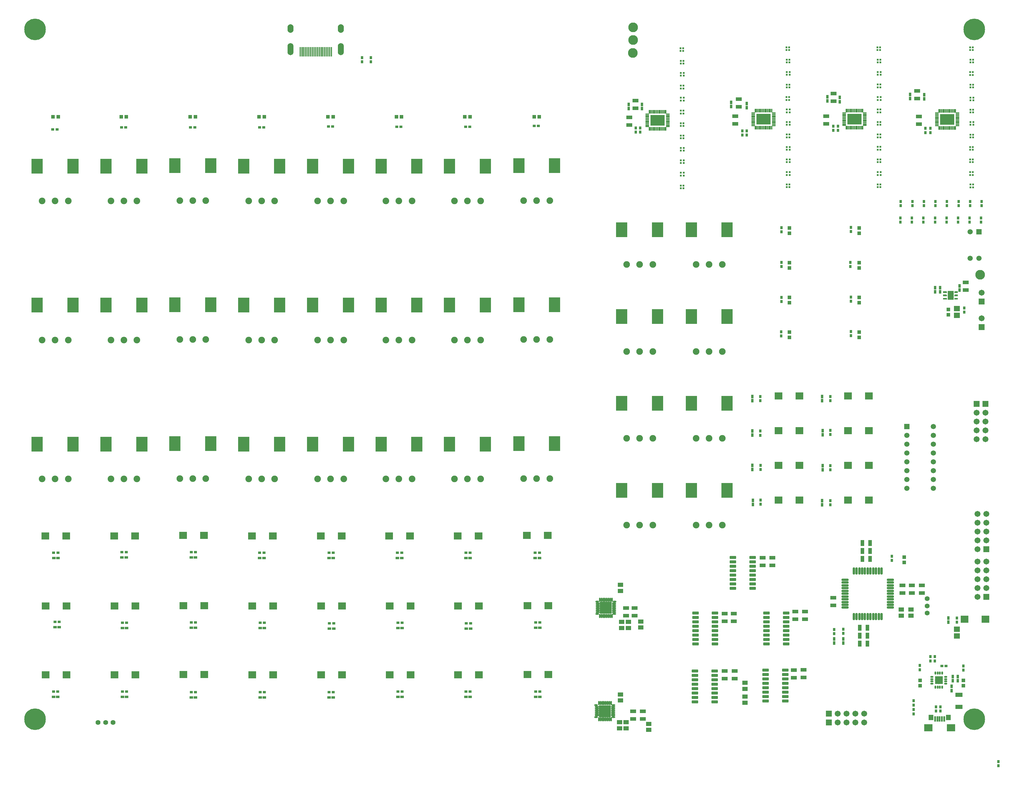
<source format=gts>
G04*
G04 #@! TF.GenerationSoftware,Altium Limited,Altium Designer,20.1.12 (249)*
G04*
G04 Layer_Color=8388736*
%FSLAX25Y25*%
%MOIN*%
G70*
G04*
G04 #@! TF.SameCoordinates,4A7F9F3E-6CFA-4FBA-8C7F-EFD49E1ADEB1*
G04*
G04*
G04 #@! TF.FilePolarity,Negative*
G04*
G01*
G75*
%ADD20R,0.02375X0.06115*%
%ADD21R,0.05524X0.05918*%
%ADD22R,0.09265X0.08280*%
%ADD23R,0.01587X0.03950*%
%ADD24R,0.03950X0.01587*%
%ADD25R,0.15958X0.12020*%
%ADD26O,0.03753X0.01981*%
%ADD27O,0.01981X0.03753*%
%ADD28R,0.09068X0.09068*%
G04:AMPARAMS|DCode=29|XSize=33.59mil|YSize=72.96mil|CornerRadius=5.92mil|HoleSize=0mil|Usage=FLASHONLY|Rotation=90.000|XOffset=0mil|YOffset=0mil|HoleType=Round|Shape=RoundedRectangle|*
%AMROUNDEDRECTD29*
21,1,0.03359,0.06112,0,0,90.0*
21,1,0.02175,0.07296,0,0,90.0*
1,1,0.01184,0.03056,0.01088*
1,1,0.01184,0.03056,-0.01088*
1,1,0.01184,-0.03056,-0.01088*
1,1,0.01184,-0.03056,0.01088*
%
%ADD29ROUNDEDRECTD29*%
%ADD30O,0.02965X0.08280*%
%ADD31O,0.08280X0.02965*%
%ADD32R,0.06890X0.09843*%
%ADD33C,0.01595*%
%ADD34R,0.08674X0.07887*%
%ADD35R,0.03162X0.03753*%
%ADD36R,0.03753X0.03162*%
%ADD37R,0.06509X0.05918*%
%ADD38R,0.06115X0.05131*%
%ADD39R,0.03950X0.03950*%
%ADD40R,0.03950X0.03950*%
%ADD41R,0.01575X0.10630*%
%ADD42R,0.08280X0.04934*%
%ADD43R,0.02375X0.02375*%
%ADD44R,0.03162X0.03950*%
%ADD45R,0.06706X0.03950*%
%ADD46R,0.03950X0.03162*%
%ADD47R,0.03950X0.06706*%
%ADD48R,0.13202X0.13202*%
%ADD49O,0.04343X0.01784*%
%ADD50O,0.04934X0.01784*%
%ADD51O,0.01784X0.04934*%
%ADD52R,0.05918X0.05918*%
%ADD53C,0.05918*%
%ADD54R,0.05918X0.05918*%
%ADD55C,0.07493*%
%ADD56R,0.12611X0.16548*%
%ADD57C,0.06706*%
%ADD58R,0.06706X0.06706*%
%ADD59R,0.06706X0.06706*%
%ADD60C,0.05524*%
%ADD61C,0.11000*%
%ADD62O,0.06706X0.09855*%
%ADD63O,0.06706X0.13792*%
%ADD64C,0.03162*%
%ADD65C,0.24422*%
%ADD66C,0.02769*%
G36*
X1366980Y539146D02*
X1367157Y539146D01*
X1367482Y539011D01*
X1367731Y538762D01*
X1367866Y538436D01*
X1367866Y538260D01*
X1367866D01*
X1367866Y538084D01*
X1367731Y537758D01*
X1367482Y537509D01*
X1367157Y537374D01*
X1366980Y537374D01*
X1363500D01*
Y539146D01*
X1366980Y539146D01*
D02*
G37*
G36*
Y542886D02*
X1367157Y542886D01*
X1367482Y542751D01*
X1367731Y542502D01*
X1367866Y542176D01*
X1367866Y542000D01*
X1367866D01*
X1367866Y541824D01*
X1367731Y541498D01*
X1367482Y541249D01*
X1367157Y541114D01*
X1366980Y541114D01*
X1366980Y541114D01*
X1363500D01*
Y542886D01*
X1366980Y542886D01*
D02*
G37*
G36*
Y546626D02*
X1367157D01*
X1367482Y546491D01*
X1367731Y546242D01*
X1367866Y545916D01*
Y545740D01*
X1367866Y545564D01*
X1367731Y545238D01*
X1367482Y544989D01*
X1367157Y544854D01*
X1366980Y544854D01*
X1366980Y544854D01*
X1363500D01*
Y546626D01*
X1366980Y546626D01*
D02*
G37*
G36*
X1380000Y537374D02*
X1377020Y537374D01*
X1376843D01*
X1376518Y537509D01*
X1376269Y537758D01*
X1376134Y538084D01*
Y538260D01*
X1376134Y538436D01*
X1376269Y538762D01*
X1376518Y539011D01*
X1376843Y539146D01*
X1377020Y539146D01*
X1377020Y539146D01*
X1380000D01*
Y537374D01*
D02*
G37*
G36*
Y541114D02*
X1377020D01*
X1376843Y541114D01*
X1376518Y541249D01*
X1376269Y541498D01*
X1376134Y541824D01*
X1376134Y542000D01*
X1376134Y542176D01*
X1376269Y542502D01*
X1376518Y542751D01*
X1376843Y542886D01*
X1377020Y542886D01*
X1377020Y542886D01*
X1380000D01*
Y541114D01*
D02*
G37*
G36*
Y544854D02*
X1377020D01*
X1376843Y544854D01*
X1376518Y544989D01*
X1376269Y545238D01*
X1376134Y545564D01*
X1376134Y545740D01*
Y545740D01*
Y545916D01*
X1376269Y546242D01*
X1376518Y546491D01*
X1376843Y546626D01*
X1377020Y546626D01*
X1377020Y546626D01*
X1380000D01*
Y544854D01*
D02*
G37*
D20*
X1364559Y62208D02*
D03*
X1362000D02*
D03*
X1359441D02*
D03*
X1356882D02*
D03*
X1354323D02*
D03*
D21*
X1369284Y63882D02*
D03*
X1349599D02*
D03*
D22*
X1372237Y52070D02*
D03*
X1346646D02*
D03*
D23*
X1030551Y730682D02*
D03*
X1032126D02*
D03*
X1033700D02*
D03*
X1035275D02*
D03*
X1036850D02*
D03*
X1038425D02*
D03*
X1040000D02*
D03*
X1041574D02*
D03*
X1043149D02*
D03*
X1044724D02*
D03*
X1046299D02*
D03*
X1047874D02*
D03*
X1049448D02*
D03*
Y749973D02*
D03*
X1047874D02*
D03*
X1046299D02*
D03*
X1044724D02*
D03*
X1043149D02*
D03*
X1041574D02*
D03*
X1040000D02*
D03*
X1038425D02*
D03*
X1036850D02*
D03*
X1035275D02*
D03*
X1033700D02*
D03*
X1032126D02*
D03*
X1030551D02*
D03*
X1150527Y731929D02*
D03*
X1152102D02*
D03*
X1153677D02*
D03*
X1155252D02*
D03*
X1156826D02*
D03*
X1158401D02*
D03*
X1159976D02*
D03*
X1161551D02*
D03*
X1163126D02*
D03*
X1164701D02*
D03*
X1166275D02*
D03*
X1167850D02*
D03*
X1169425D02*
D03*
Y751221D02*
D03*
X1167850D02*
D03*
X1166275D02*
D03*
X1164701D02*
D03*
X1163126D02*
D03*
X1161551D02*
D03*
X1159976D02*
D03*
X1158401D02*
D03*
X1156826D02*
D03*
X1155252D02*
D03*
X1153677D02*
D03*
X1152102D02*
D03*
X1150527D02*
D03*
X1253551Y732004D02*
D03*
X1255126D02*
D03*
X1256701D02*
D03*
X1258275D02*
D03*
X1259850D02*
D03*
X1261425D02*
D03*
X1263000D02*
D03*
X1264575D02*
D03*
X1266149D02*
D03*
X1267724D02*
D03*
X1269299D02*
D03*
X1270874D02*
D03*
X1272449D02*
D03*
Y751296D02*
D03*
X1270874D02*
D03*
X1269299D02*
D03*
X1267724D02*
D03*
X1266149D02*
D03*
X1264575D02*
D03*
X1263000D02*
D03*
X1261425D02*
D03*
X1259850D02*
D03*
X1258275D02*
D03*
X1256701D02*
D03*
X1255126D02*
D03*
X1253551D02*
D03*
X1358551Y731855D02*
D03*
X1360126D02*
D03*
X1361701D02*
D03*
X1363275D02*
D03*
X1364850D02*
D03*
X1366425D02*
D03*
X1368000D02*
D03*
X1369575D02*
D03*
X1371149D02*
D03*
X1372724D02*
D03*
X1374299D02*
D03*
X1375874D02*
D03*
X1377448D02*
D03*
Y751146D02*
D03*
X1375874D02*
D03*
X1374299D02*
D03*
X1372724D02*
D03*
X1371149D02*
D03*
X1369575D02*
D03*
X1368000D02*
D03*
X1366425D02*
D03*
X1364850D02*
D03*
X1363275D02*
D03*
X1361701D02*
D03*
X1360126D02*
D03*
X1358551D02*
D03*
D24*
X1051614Y733241D02*
D03*
Y734815D02*
D03*
Y736390D02*
D03*
Y737965D02*
D03*
Y739540D02*
D03*
Y741115D02*
D03*
Y742689D02*
D03*
Y744264D02*
D03*
Y745839D02*
D03*
Y747414D02*
D03*
X1028386D02*
D03*
Y745839D02*
D03*
Y744264D02*
D03*
Y742689D02*
D03*
Y741115D02*
D03*
Y739540D02*
D03*
Y737965D02*
D03*
Y736390D02*
D03*
Y734815D02*
D03*
Y733241D02*
D03*
X1171590Y734488D02*
D03*
Y736063D02*
D03*
Y737638D02*
D03*
Y739213D02*
D03*
Y740788D02*
D03*
Y742362D02*
D03*
Y743937D02*
D03*
Y745512D02*
D03*
Y747087D02*
D03*
Y748662D02*
D03*
X1148362D02*
D03*
Y747087D02*
D03*
Y745512D02*
D03*
Y743937D02*
D03*
Y742362D02*
D03*
Y740788D02*
D03*
Y739213D02*
D03*
Y737638D02*
D03*
Y736063D02*
D03*
Y734488D02*
D03*
X1274614Y734563D02*
D03*
Y736138D02*
D03*
Y737713D02*
D03*
Y739288D02*
D03*
Y740863D02*
D03*
Y742437D02*
D03*
Y744012D02*
D03*
Y745587D02*
D03*
Y747162D02*
D03*
Y748736D02*
D03*
X1251385D02*
D03*
Y747162D02*
D03*
Y745587D02*
D03*
Y744012D02*
D03*
Y742437D02*
D03*
Y740863D02*
D03*
Y739288D02*
D03*
Y737713D02*
D03*
Y736138D02*
D03*
Y734563D02*
D03*
X1379614Y734414D02*
D03*
Y735989D02*
D03*
Y737563D02*
D03*
Y739138D02*
D03*
Y740713D02*
D03*
Y742288D02*
D03*
Y743862D02*
D03*
Y745437D02*
D03*
Y747012D02*
D03*
Y748587D02*
D03*
X1356386D02*
D03*
Y747012D02*
D03*
Y745437D02*
D03*
Y743862D02*
D03*
Y742288D02*
D03*
Y740713D02*
D03*
Y739138D02*
D03*
Y737563D02*
D03*
Y735989D02*
D03*
Y734414D02*
D03*
D25*
X1040000Y740327D02*
D03*
X1159976Y741575D02*
D03*
X1263000Y741650D02*
D03*
X1368000Y741500D02*
D03*
D26*
X1350555Y109767D02*
D03*
Y107208D02*
D03*
Y104649D02*
D03*
Y102090D02*
D03*
X1366500D02*
D03*
Y104649D02*
D03*
Y107208D02*
D03*
Y109767D02*
D03*
D27*
X1354689Y97956D02*
D03*
X1357248D02*
D03*
X1359807D02*
D03*
X1362366D02*
D03*
Y113901D02*
D03*
X1359807D02*
D03*
X1357248D02*
D03*
X1354689D02*
D03*
D28*
X1358528Y105929D02*
D03*
D29*
X1104744Y81500D02*
D03*
Y86500D02*
D03*
Y91500D02*
D03*
Y96500D02*
D03*
Y101500D02*
D03*
Y106500D02*
D03*
Y111500D02*
D03*
Y116500D02*
D03*
X1082500Y81500D02*
D03*
Y86500D02*
D03*
Y91500D02*
D03*
Y96500D02*
D03*
Y101500D02*
D03*
Y106500D02*
D03*
Y111500D02*
D03*
Y116500D02*
D03*
X1105122Y147000D02*
D03*
Y152000D02*
D03*
Y157000D02*
D03*
Y162000D02*
D03*
Y167000D02*
D03*
Y172000D02*
D03*
Y177000D02*
D03*
Y182000D02*
D03*
X1082878Y147000D02*
D03*
Y152000D02*
D03*
Y157000D02*
D03*
Y162000D02*
D03*
Y167000D02*
D03*
Y172000D02*
D03*
Y177000D02*
D03*
Y182000D02*
D03*
X1185622Y147000D02*
D03*
Y152000D02*
D03*
Y157000D02*
D03*
Y162000D02*
D03*
Y167000D02*
D03*
Y172000D02*
D03*
Y177000D02*
D03*
Y182000D02*
D03*
X1163378Y147000D02*
D03*
Y152000D02*
D03*
Y157000D02*
D03*
Y162000D02*
D03*
Y167000D02*
D03*
Y172000D02*
D03*
Y177000D02*
D03*
Y182000D02*
D03*
X1147622Y210000D02*
D03*
Y215000D02*
D03*
Y220000D02*
D03*
Y225000D02*
D03*
Y230000D02*
D03*
Y235000D02*
D03*
Y240000D02*
D03*
Y245000D02*
D03*
X1125378Y210000D02*
D03*
Y215000D02*
D03*
Y220000D02*
D03*
Y225000D02*
D03*
Y230000D02*
D03*
Y235000D02*
D03*
Y240000D02*
D03*
Y245000D02*
D03*
X1184744Y82500D02*
D03*
Y87500D02*
D03*
Y92500D02*
D03*
Y97500D02*
D03*
Y102500D02*
D03*
Y107500D02*
D03*
Y112500D02*
D03*
Y117500D02*
D03*
X1162500Y82500D02*
D03*
Y87500D02*
D03*
Y92500D02*
D03*
Y97500D02*
D03*
Y102500D02*
D03*
Y107500D02*
D03*
Y112500D02*
D03*
Y117500D02*
D03*
D30*
X1262252Y229787D02*
D03*
X1265402D02*
D03*
X1268551D02*
D03*
X1271701D02*
D03*
X1274850D02*
D03*
X1278000D02*
D03*
X1281150D02*
D03*
X1284299D02*
D03*
X1287449D02*
D03*
X1290598D02*
D03*
X1293748D02*
D03*
Y178213D02*
D03*
X1290598D02*
D03*
X1287449D02*
D03*
X1284299D02*
D03*
X1281150D02*
D03*
X1278000D02*
D03*
X1274850D02*
D03*
X1271701D02*
D03*
X1268551D02*
D03*
X1265402D02*
D03*
X1262252D02*
D03*
D31*
X1303787Y219748D02*
D03*
Y216598D02*
D03*
Y213449D02*
D03*
Y210299D02*
D03*
Y207150D02*
D03*
Y204000D02*
D03*
Y200850D02*
D03*
Y197701D02*
D03*
Y194551D02*
D03*
Y191402D02*
D03*
Y188252D02*
D03*
X1252213D02*
D03*
Y191402D02*
D03*
Y194551D02*
D03*
Y197701D02*
D03*
Y200850D02*
D03*
Y204000D02*
D03*
Y207150D02*
D03*
Y210299D02*
D03*
Y213449D02*
D03*
Y216598D02*
D03*
Y219748D02*
D03*
D32*
X1372000Y542000D02*
D03*
D33*
X1377203Y545740D02*
D03*
Y542000D02*
D03*
X1377118Y538260D02*
D03*
X1366798D02*
D03*
Y542000D02*
D03*
X1366882Y545740D02*
D03*
D34*
X347189Y112000D02*
D03*
X370811D02*
D03*
X736590D02*
D03*
X760213D02*
D03*
X814189D02*
D03*
X837811D02*
D03*
X892591Y112429D02*
D03*
X916213D02*
D03*
X425091Y112000D02*
D03*
X448713D02*
D03*
X503090Y112500D02*
D03*
X526713D02*
D03*
X581090Y112000D02*
D03*
X604713D02*
D03*
X659189Y112000D02*
D03*
X682811D02*
D03*
X346689Y269500D02*
D03*
X370311D02*
D03*
X736091D02*
D03*
X759713D02*
D03*
X813689D02*
D03*
X837311D02*
D03*
X892091Y269929D02*
D03*
X915713D02*
D03*
X424590Y269500D02*
D03*
X448213D02*
D03*
X502591Y270000D02*
D03*
X526213D02*
D03*
X580590Y269500D02*
D03*
X604213D02*
D03*
X658689Y269500D02*
D03*
X682311D02*
D03*
X347189Y190000D02*
D03*
X370811D02*
D03*
X736590D02*
D03*
X760213D02*
D03*
X814189D02*
D03*
X837811D02*
D03*
X892591Y190429D02*
D03*
X916213D02*
D03*
X425091Y190000D02*
D03*
X448713D02*
D03*
X503090Y190500D02*
D03*
X526713D02*
D03*
X581090Y190000D02*
D03*
X604713D02*
D03*
X659189Y190000D02*
D03*
X682811D02*
D03*
X1387689Y175000D02*
D03*
X1411311D02*
D03*
X1255740Y309890D02*
D03*
X1279362D02*
D03*
X1255740Y388630D02*
D03*
X1279362D02*
D03*
X1177000Y309890D02*
D03*
X1200622D02*
D03*
X1177000Y388630D02*
D03*
X1200622D02*
D03*
X1255740Y349260D02*
D03*
X1279362D02*
D03*
X1255740Y428000D02*
D03*
X1279362D02*
D03*
X1177000Y349260D02*
D03*
X1200622D02*
D03*
X1177000Y428000D02*
D03*
X1200622D02*
D03*
D35*
X1020500Y731862D02*
D03*
Y727138D02*
D03*
X1141000Y728500D02*
D03*
Y723776D02*
D03*
X1244500Y733862D02*
D03*
Y729138D02*
D03*
X1349000Y731224D02*
D03*
Y726500D02*
D03*
X1015500Y731862D02*
D03*
Y727138D02*
D03*
X1136000Y728362D02*
D03*
Y723638D02*
D03*
X1239000Y733862D02*
D03*
Y729138D02*
D03*
X1343500Y731224D02*
D03*
Y726500D02*
D03*
X1250500Y163862D02*
D03*
Y159138D02*
D03*
X1240000Y163500D02*
D03*
Y158776D02*
D03*
X705500Y811500D02*
D03*
Y806776D02*
D03*
X715500Y811362D02*
D03*
Y806638D02*
D03*
X1330000Y77846D02*
D03*
Y82570D02*
D03*
X1386500Y117346D02*
D03*
Y122071D02*
D03*
X1337000Y117846D02*
D03*
Y122571D02*
D03*
X1330000Y67846D02*
D03*
Y72571D02*
D03*
X1360500Y75708D02*
D03*
Y70984D02*
D03*
X1355500Y75708D02*
D03*
Y70984D02*
D03*
X1349000Y132571D02*
D03*
Y127846D02*
D03*
X1354000Y132571D02*
D03*
Y127846D02*
D03*
X1379000Y176362D02*
D03*
Y171638D02*
D03*
X1305500Y246362D02*
D03*
Y241638D02*
D03*
X1426000Y13862D02*
D03*
Y9138D02*
D03*
X1259000Y501000D02*
D03*
Y496276D02*
D03*
X1258500Y579500D02*
D03*
Y574776D02*
D03*
X1180000Y500862D02*
D03*
Y496138D02*
D03*
X1180500Y579500D02*
D03*
Y574776D02*
D03*
X1259000Y540000D02*
D03*
Y535276D02*
D03*
Y619000D02*
D03*
Y614276D02*
D03*
X1235815Y309500D02*
D03*
Y304776D02*
D03*
Y389000D02*
D03*
Y384276D02*
D03*
X1180500Y539862D02*
D03*
Y535138D02*
D03*
Y618862D02*
D03*
Y614138D02*
D03*
X1156815Y310000D02*
D03*
Y305276D02*
D03*
X1156500Y388224D02*
D03*
Y383500D02*
D03*
X1406500Y629862D02*
D03*
Y625138D02*
D03*
X1393429Y629862D02*
D03*
Y625138D02*
D03*
X1354214Y629862D02*
D03*
Y625138D02*
D03*
X1341143Y629862D02*
D03*
Y625138D02*
D03*
X1407000Y648362D02*
D03*
Y643638D02*
D03*
X1393929Y648362D02*
D03*
Y643638D02*
D03*
X1354714Y648362D02*
D03*
Y643638D02*
D03*
X1341643Y648362D02*
D03*
Y643638D02*
D03*
X1235815Y349000D02*
D03*
Y344276D02*
D03*
Y427500D02*
D03*
Y422776D02*
D03*
X1380357Y629862D02*
D03*
Y625138D02*
D03*
X1367286Y629862D02*
D03*
Y625138D02*
D03*
X1328071Y629862D02*
D03*
Y625138D02*
D03*
X1315000Y629862D02*
D03*
Y625138D02*
D03*
X1156815Y349500D02*
D03*
Y344776D02*
D03*
X1156500Y427362D02*
D03*
Y422638D02*
D03*
X1380857Y648362D02*
D03*
Y643638D02*
D03*
X1367786Y648362D02*
D03*
Y643638D02*
D03*
X1328571Y648362D02*
D03*
Y643638D02*
D03*
X1315500Y648362D02*
D03*
Y643638D02*
D03*
X1387500Y523138D02*
D03*
Y527862D02*
D03*
D36*
X356000Y93020D02*
D03*
X360724D02*
D03*
X746000Y93000D02*
D03*
X750724D02*
D03*
X823000D02*
D03*
X827724D02*
D03*
X902000D02*
D03*
X906724D02*
D03*
X434000D02*
D03*
X438724D02*
D03*
X512000Y92500D02*
D03*
X516724D02*
D03*
X590000D02*
D03*
X594724D02*
D03*
X668000D02*
D03*
X672724D02*
D03*
X356138Y250500D02*
D03*
X360862D02*
D03*
X745500D02*
D03*
X750224D02*
D03*
X823000D02*
D03*
X827724D02*
D03*
X901500D02*
D03*
X906224D02*
D03*
X433500Y251000D02*
D03*
X438224D02*
D03*
X512000D02*
D03*
X516724D02*
D03*
X589500Y250500D02*
D03*
X594224D02*
D03*
X668000D02*
D03*
X672724D02*
D03*
X355138Y730000D02*
D03*
X359862D02*
D03*
X749362Y733000D02*
D03*
X744638D02*
D03*
X827500D02*
D03*
X822776D02*
D03*
X905000Y734000D02*
D03*
X900276D02*
D03*
X437724Y732500D02*
D03*
X433000D02*
D03*
X515862D02*
D03*
X511138D02*
D03*
X594000D02*
D03*
X589276D02*
D03*
X672000Y733500D02*
D03*
X667276D02*
D03*
X357638Y172000D02*
D03*
X362362D02*
D03*
X746000Y171000D02*
D03*
X750724D02*
D03*
X823500Y170500D02*
D03*
X828224D02*
D03*
X902000Y171500D02*
D03*
X906724D02*
D03*
X434000Y171000D02*
D03*
X438724D02*
D03*
X512000Y171500D02*
D03*
X516724D02*
D03*
X590000Y171000D02*
D03*
X594724D02*
D03*
X668500Y170500D02*
D03*
X673224D02*
D03*
X1366725Y122208D02*
D03*
X1362000D02*
D03*
D37*
X1379000Y163677D02*
D03*
Y156000D02*
D03*
Y527000D02*
D03*
Y519323D02*
D03*
D38*
X1030000Y56445D02*
D03*
Y49555D02*
D03*
X998000Y82886D02*
D03*
Y89776D02*
D03*
X1316000Y185945D02*
D03*
Y179055D02*
D03*
X997000Y51500D02*
D03*
Y58390D02*
D03*
X1327000Y185945D02*
D03*
Y179055D02*
D03*
X1004500Y58390D02*
D03*
Y51500D02*
D03*
X1021000Y172445D02*
D03*
Y165555D02*
D03*
X998000Y207055D02*
D03*
Y213945D02*
D03*
X1139000Y80500D02*
D03*
Y87390D02*
D03*
Y96055D02*
D03*
Y102945D02*
D03*
X999500Y165055D02*
D03*
Y171945D02*
D03*
X1007000D02*
D03*
Y165055D02*
D03*
D39*
X355500Y744500D02*
D03*
X361405D02*
D03*
X744213D02*
D03*
X750118D02*
D03*
X821811D02*
D03*
X827717D02*
D03*
X900213D02*
D03*
X906118D02*
D03*
X432547D02*
D03*
X438453D02*
D03*
X510713D02*
D03*
X516618D02*
D03*
X588713D02*
D03*
X594618D02*
D03*
X666811D02*
D03*
X672717D02*
D03*
D40*
X1319500Y245453D02*
D03*
Y239547D02*
D03*
X1268240Y494390D02*
D03*
Y500295D02*
D03*
Y573130D02*
D03*
Y579035D02*
D03*
X1189500Y494390D02*
D03*
Y500295D02*
D03*
Y573130D02*
D03*
Y579035D02*
D03*
X1268240Y533760D02*
D03*
Y539665D02*
D03*
Y612500D02*
D03*
Y618405D02*
D03*
X1189500Y533760D02*
D03*
Y539665D02*
D03*
Y612547D02*
D03*
Y618453D02*
D03*
X1369500Y526000D02*
D03*
Y520094D02*
D03*
X1337500Y99756D02*
D03*
Y105661D02*
D03*
X1386500Y99756D02*
D03*
Y105661D02*
D03*
D41*
X635240Y818043D02*
D03*
X637209D02*
D03*
X639177D02*
D03*
X641146D02*
D03*
X643114D02*
D03*
X645083D02*
D03*
X647051D02*
D03*
X649020D02*
D03*
X650988D02*
D03*
X652957D02*
D03*
X654925D02*
D03*
X656894D02*
D03*
X658862D02*
D03*
X660831D02*
D03*
X662799D02*
D03*
X664768D02*
D03*
X666736D02*
D03*
X668705D02*
D03*
X670673D02*
D03*
D42*
X1381500Y75709D02*
D03*
Y89292D02*
D03*
D43*
X1065925Y819024D02*
D03*
X1069075D02*
D03*
Y822173D02*
D03*
X1065925D02*
D03*
X1185925Y820024D02*
D03*
X1189075D02*
D03*
Y823173D02*
D03*
X1185925D02*
D03*
X1288925Y820024D02*
D03*
X1292075D02*
D03*
Y823173D02*
D03*
X1288925D02*
D03*
X1393925Y820024D02*
D03*
X1397075D02*
D03*
Y823173D02*
D03*
X1393925D02*
D03*
X1066350Y804714D02*
D03*
X1069500D02*
D03*
Y807864D02*
D03*
X1066350D02*
D03*
X1186327Y805962D02*
D03*
X1189476D02*
D03*
Y809112D02*
D03*
X1186327D02*
D03*
X1289350Y806037D02*
D03*
X1292500D02*
D03*
Y809186D02*
D03*
X1289350D02*
D03*
X1394350Y805887D02*
D03*
X1397500D02*
D03*
Y809037D02*
D03*
X1394350D02*
D03*
X1066425Y791024D02*
D03*
X1069575D02*
D03*
Y794173D02*
D03*
X1066425D02*
D03*
X1186425Y792024D02*
D03*
X1189575D02*
D03*
Y795173D02*
D03*
X1186425D02*
D03*
X1289425Y792024D02*
D03*
X1292575D02*
D03*
Y795173D02*
D03*
X1289425D02*
D03*
X1394000Y791850D02*
D03*
X1397150D02*
D03*
Y795000D02*
D03*
X1394000D02*
D03*
X1066350Y776441D02*
D03*
X1069500D02*
D03*
Y779591D02*
D03*
X1066350D02*
D03*
X1186327Y777689D02*
D03*
X1189476D02*
D03*
Y780839D02*
D03*
X1186327D02*
D03*
X1289350Y777764D02*
D03*
X1292500D02*
D03*
Y780914D02*
D03*
X1289350D02*
D03*
X1394350Y777614D02*
D03*
X1397500D02*
D03*
Y780764D02*
D03*
X1394350D02*
D03*
X1066500Y762850D02*
D03*
X1069650D02*
D03*
Y766000D02*
D03*
X1066500D02*
D03*
X1185925Y763524D02*
D03*
X1189075D02*
D03*
Y766673D02*
D03*
X1185925D02*
D03*
X1289425Y763524D02*
D03*
X1292575D02*
D03*
Y766673D02*
D03*
X1289425D02*
D03*
X1394425Y763024D02*
D03*
X1397575D02*
D03*
Y766173D02*
D03*
X1394425D02*
D03*
X1066350Y748169D02*
D03*
X1069500D02*
D03*
Y751318D02*
D03*
X1066350D02*
D03*
X1186425Y749524D02*
D03*
X1189575D02*
D03*
Y752673D02*
D03*
X1186425D02*
D03*
X1289350Y749491D02*
D03*
X1292500D02*
D03*
Y752641D02*
D03*
X1289350D02*
D03*
X1394350Y749342D02*
D03*
X1397500D02*
D03*
Y752491D02*
D03*
X1394350D02*
D03*
X1066350Y734032D02*
D03*
X1069500D02*
D03*
Y737182D02*
D03*
X1066350D02*
D03*
X1186500Y735350D02*
D03*
X1189650D02*
D03*
Y738500D02*
D03*
X1186500D02*
D03*
X1289350Y735355D02*
D03*
X1292500D02*
D03*
Y738505D02*
D03*
X1289350D02*
D03*
X1394500Y735350D02*
D03*
X1397650D02*
D03*
Y738500D02*
D03*
X1394500D02*
D03*
X1066350Y719896D02*
D03*
X1069500D02*
D03*
Y723045D02*
D03*
X1066350D02*
D03*
X1186327Y721144D02*
D03*
X1189476D02*
D03*
Y724294D02*
D03*
X1186327D02*
D03*
X1289350Y721219D02*
D03*
X1292500D02*
D03*
Y724368D02*
D03*
X1289350D02*
D03*
X1394350Y721069D02*
D03*
X1397500D02*
D03*
Y724219D02*
D03*
X1394350D02*
D03*
X1066425Y706024D02*
D03*
X1069575D02*
D03*
Y709173D02*
D03*
X1066425D02*
D03*
X1186425Y707024D02*
D03*
X1189575D02*
D03*
Y710173D02*
D03*
X1186425D02*
D03*
X1289350Y707082D02*
D03*
X1292500D02*
D03*
Y710232D02*
D03*
X1289350D02*
D03*
X1393925Y707024D02*
D03*
X1397075D02*
D03*
Y710173D02*
D03*
X1393925D02*
D03*
X1066425Y692024D02*
D03*
X1069575D02*
D03*
Y695173D02*
D03*
X1066425D02*
D03*
X1186425Y693024D02*
D03*
X1189575D02*
D03*
Y696173D02*
D03*
X1186425D02*
D03*
X1289350Y692946D02*
D03*
X1292500D02*
D03*
Y696096D02*
D03*
X1289350D02*
D03*
X1393925Y693024D02*
D03*
X1397075D02*
D03*
Y696173D02*
D03*
X1393925D02*
D03*
X1066500Y677850D02*
D03*
X1069650D02*
D03*
Y681000D02*
D03*
X1066500D02*
D03*
X1186425Y678524D02*
D03*
X1189575D02*
D03*
Y681673D02*
D03*
X1186425D02*
D03*
X1289425Y678524D02*
D03*
X1292575D02*
D03*
Y681673D02*
D03*
X1289425D02*
D03*
X1393925Y678524D02*
D03*
X1397075D02*
D03*
Y681673D02*
D03*
X1393925D02*
D03*
X1066350Y663350D02*
D03*
X1069500D02*
D03*
Y666500D02*
D03*
X1066350D02*
D03*
X1186327Y664598D02*
D03*
X1189476D02*
D03*
Y667748D02*
D03*
X1186327D02*
D03*
X1289350Y664673D02*
D03*
X1292500D02*
D03*
Y667823D02*
D03*
X1289350D02*
D03*
X1394350Y664524D02*
D03*
X1397500D02*
D03*
Y667673D02*
D03*
X1394350D02*
D03*
D44*
X1007500Y753776D02*
D03*
Y758500D02*
D03*
X1123500Y756000D02*
D03*
Y760724D02*
D03*
X1232500Y762276D02*
D03*
Y767000D02*
D03*
X1326000Y765138D02*
D03*
Y769862D02*
D03*
X1022500Y753638D02*
D03*
Y758362D02*
D03*
X1141000Y754638D02*
D03*
Y759362D02*
D03*
X1246500Y761500D02*
D03*
Y766224D02*
D03*
X1342000Y764638D02*
D03*
Y769362D02*
D03*
X1250500Y152862D02*
D03*
Y148138D02*
D03*
X1240000Y152724D02*
D03*
Y148000D02*
D03*
X1373000Y98933D02*
D03*
Y94208D02*
D03*
X1380000Y105346D02*
D03*
Y110071D02*
D03*
X1374500Y105346D02*
D03*
Y110071D02*
D03*
X1369500Y176362D02*
D03*
Y171638D02*
D03*
X1226500Y309362D02*
D03*
Y304638D02*
D03*
X1227000Y388862D02*
D03*
Y384138D02*
D03*
X1148000Y309862D02*
D03*
Y305138D02*
D03*
X1147500Y388362D02*
D03*
Y383638D02*
D03*
X1227000Y349000D02*
D03*
Y344276D02*
D03*
X1226500Y427362D02*
D03*
Y422638D02*
D03*
X1147500Y349362D02*
D03*
Y344638D02*
D03*
Y427362D02*
D03*
Y422638D02*
D03*
X1354500Y546138D02*
D03*
Y550862D02*
D03*
X1360000Y546138D02*
D03*
Y550862D02*
D03*
X1382000Y548138D02*
D03*
Y552862D02*
D03*
D45*
X1015000Y762661D02*
D03*
Y754000D02*
D03*
X1132000Y764500D02*
D03*
Y755839D02*
D03*
X1239500Y770661D02*
D03*
Y762000D02*
D03*
X1334000Y773831D02*
D03*
Y765169D02*
D03*
X1008000Y743657D02*
D03*
Y734996D02*
D03*
X1127976Y744906D02*
D03*
Y736244D02*
D03*
X1231000Y744980D02*
D03*
Y736319D02*
D03*
X1336000Y744831D02*
D03*
Y736169D02*
D03*
X1023500Y62169D02*
D03*
Y70831D02*
D03*
X1012500Y62169D02*
D03*
Y70831D02*
D03*
X1116000Y107669D02*
D03*
Y116331D02*
D03*
X1127500Y107669D02*
D03*
Y116331D02*
D03*
X1126500Y172669D02*
D03*
Y181331D02*
D03*
X1116000Y172669D02*
D03*
Y181331D02*
D03*
X1339500Y213331D02*
D03*
Y204669D02*
D03*
X1328000Y213331D02*
D03*
Y204669D02*
D03*
X1317500Y213331D02*
D03*
Y204669D02*
D03*
X1239000Y190669D02*
D03*
Y199331D02*
D03*
X1207000Y175169D02*
D03*
Y183831D02*
D03*
X1196000Y175169D02*
D03*
Y183831D02*
D03*
X1170000Y236169D02*
D03*
Y244831D02*
D03*
X1159000Y236169D02*
D03*
Y244831D02*
D03*
X1014000Y179169D02*
D03*
Y187831D02*
D03*
X1004500Y179169D02*
D03*
Y187831D02*
D03*
X1205500Y109169D02*
D03*
Y117831D02*
D03*
X1194500Y108669D02*
D03*
Y117331D02*
D03*
X1389000Y556831D02*
D03*
Y548169D02*
D03*
D46*
X356000Y87020D02*
D03*
X360724D02*
D03*
X746000Y87000D02*
D03*
X750724D02*
D03*
X823000D02*
D03*
X827724D02*
D03*
X902000D02*
D03*
X906724D02*
D03*
X434000D02*
D03*
X438724D02*
D03*
X512000Y86500D02*
D03*
X516724D02*
D03*
X590000D02*
D03*
X594724D02*
D03*
X668000D02*
D03*
X672724D02*
D03*
X356276Y244500D02*
D03*
X361000D02*
D03*
X745500D02*
D03*
X750224D02*
D03*
X823000D02*
D03*
X827724D02*
D03*
X901500D02*
D03*
X906224D02*
D03*
X433500Y245000D02*
D03*
X438224D02*
D03*
X512000D02*
D03*
X516724D02*
D03*
X589500Y244500D02*
D03*
X594224D02*
D03*
X668000D02*
D03*
X672724D02*
D03*
X357776Y166000D02*
D03*
X362500D02*
D03*
X746000Y165000D02*
D03*
X750724D02*
D03*
X823500Y164500D02*
D03*
X828224D02*
D03*
X902000Y165500D02*
D03*
X906724D02*
D03*
X434000Y165000D02*
D03*
X438724D02*
D03*
X512000Y165500D02*
D03*
X516724D02*
D03*
X590000Y165000D02*
D03*
X594724D02*
D03*
X668500Y164500D02*
D03*
X673224D02*
D03*
D47*
X1269169Y165500D02*
D03*
X1277831D02*
D03*
X1269169Y156500D02*
D03*
X1277831D02*
D03*
X1269169Y147500D02*
D03*
X1277831D02*
D03*
X1280831Y243500D02*
D03*
X1272169D02*
D03*
X1280831Y261500D02*
D03*
X1272169D02*
D03*
X1280831Y252500D02*
D03*
X1272169D02*
D03*
D48*
X981500Y188000D02*
D03*
X980500Y70831D02*
D03*
D49*
X991441Y194890D02*
D03*
X991165Y181110D02*
D03*
X971559D02*
D03*
Y194890D02*
D03*
X990158Y77720D02*
D03*
Y63941D02*
D03*
X970472D02*
D03*
Y77720D02*
D03*
D50*
X990654Y192921D02*
D03*
Y190953D02*
D03*
Y188984D02*
D03*
Y187016D02*
D03*
Y185047D02*
D03*
Y183079D02*
D03*
X972346D02*
D03*
Y185047D02*
D03*
Y187016D02*
D03*
Y188984D02*
D03*
Y190953D02*
D03*
Y192921D02*
D03*
X989653Y75752D02*
D03*
Y73783D02*
D03*
Y71815D02*
D03*
Y69846D02*
D03*
Y67878D02*
D03*
Y65909D02*
D03*
X971346D02*
D03*
Y67878D02*
D03*
Y69846D02*
D03*
Y71815D02*
D03*
Y73783D02*
D03*
Y75752D02*
D03*
D51*
X988390Y178847D02*
D03*
X986421D02*
D03*
X984453D02*
D03*
X982484D02*
D03*
X980516D02*
D03*
X978547D02*
D03*
X976579D02*
D03*
X974610D02*
D03*
Y197153D02*
D03*
X976579D02*
D03*
X978547D02*
D03*
X980516D02*
D03*
X982484D02*
D03*
X984453D02*
D03*
X986421D02*
D03*
X988390D02*
D03*
X987390Y61677D02*
D03*
X985421D02*
D03*
X983453D02*
D03*
X981484D02*
D03*
X979516D02*
D03*
X977547D02*
D03*
X975579D02*
D03*
X973610D02*
D03*
Y79984D02*
D03*
X975579D02*
D03*
X977547D02*
D03*
X979516D02*
D03*
X981484D02*
D03*
X983453D02*
D03*
X985421D02*
D03*
X987390D02*
D03*
D52*
X1322500Y393500D02*
D03*
D53*
Y383500D02*
D03*
Y373500D02*
D03*
Y363500D02*
D03*
Y353500D02*
D03*
Y343500D02*
D03*
Y333500D02*
D03*
Y323500D02*
D03*
X1352500Y393500D02*
D03*
Y383500D02*
D03*
Y373500D02*
D03*
Y363500D02*
D03*
Y353500D02*
D03*
Y343500D02*
D03*
Y333500D02*
D03*
Y323500D02*
D03*
X1394000Y584000D02*
D03*
X1404000D02*
D03*
X1394000Y614000D02*
D03*
D54*
X1404000D02*
D03*
D55*
X343000Y334000D02*
D03*
X372528D02*
D03*
X357764D02*
D03*
X732402D02*
D03*
X761929D02*
D03*
X747165D02*
D03*
X810000D02*
D03*
X839528D02*
D03*
X824764D02*
D03*
X888402Y334429D02*
D03*
X917929D02*
D03*
X903165D02*
D03*
X420902Y334000D02*
D03*
X450429D02*
D03*
X435665D02*
D03*
X498902Y334500D02*
D03*
X528429D02*
D03*
X513665D02*
D03*
X576902Y334000D02*
D03*
X606429D02*
D03*
X591665D02*
D03*
X655000Y334000D02*
D03*
X684528D02*
D03*
X669764D02*
D03*
X343000Y491480D02*
D03*
X372528D02*
D03*
X357764D02*
D03*
X732402D02*
D03*
X761929D02*
D03*
X747165D02*
D03*
X810000D02*
D03*
X839528D02*
D03*
X824764D02*
D03*
X888402Y491910D02*
D03*
X917929D02*
D03*
X903165D02*
D03*
X420902Y491480D02*
D03*
X450429D02*
D03*
X435665D02*
D03*
X498902Y491980D02*
D03*
X528429D02*
D03*
X513665D02*
D03*
X576902Y491480D02*
D03*
X606429D02*
D03*
X591665D02*
D03*
X655000Y491480D02*
D03*
X684528D02*
D03*
X669764D02*
D03*
X343000Y648961D02*
D03*
X372528D02*
D03*
X357764D02*
D03*
X732402D02*
D03*
X761929D02*
D03*
X747165D02*
D03*
X810000D02*
D03*
X839528D02*
D03*
X824764D02*
D03*
X888402Y649390D02*
D03*
X917929D02*
D03*
X903165D02*
D03*
X420902Y648961D02*
D03*
X450429D02*
D03*
X435665D02*
D03*
X498902Y649461D02*
D03*
X528429D02*
D03*
X513665D02*
D03*
X576902Y648961D02*
D03*
X606429D02*
D03*
X591665D02*
D03*
X655000Y648961D02*
D03*
X684528D02*
D03*
X669764D02*
D03*
X1083740Y281650D02*
D03*
X1113268D02*
D03*
X1098504D02*
D03*
X1083740Y478500D02*
D03*
X1113268D02*
D03*
X1098504D02*
D03*
X1005000Y281650D02*
D03*
X1034528D02*
D03*
X1019764D02*
D03*
X1005000Y478500D02*
D03*
X1034528D02*
D03*
X1019764D02*
D03*
X1083740Y380075D02*
D03*
X1113268D02*
D03*
X1098504D02*
D03*
X1083740Y576925D02*
D03*
X1113268D02*
D03*
X1098504D02*
D03*
X1005000Y380075D02*
D03*
X1034528D02*
D03*
X1019764D02*
D03*
X1005000Y576925D02*
D03*
X1034528D02*
D03*
X1019764D02*
D03*
D56*
X337500Y373500D02*
D03*
X378028D02*
D03*
X726902D02*
D03*
X767429D02*
D03*
X804500D02*
D03*
X845028D02*
D03*
X882902Y373929D02*
D03*
X923429D02*
D03*
X415402Y373500D02*
D03*
X455929D02*
D03*
X493402Y374000D02*
D03*
X533929D02*
D03*
X571402Y373500D02*
D03*
X611929D02*
D03*
X649500Y373500D02*
D03*
X690028D02*
D03*
X337500Y530980D02*
D03*
X378028D02*
D03*
X726902D02*
D03*
X767429D02*
D03*
X804500D02*
D03*
X845028D02*
D03*
X882902Y531410D02*
D03*
X923429D02*
D03*
X415402Y530980D02*
D03*
X455929D02*
D03*
X493402Y531480D02*
D03*
X533929D02*
D03*
X571402Y530980D02*
D03*
X611929D02*
D03*
X649500Y530980D02*
D03*
X690028D02*
D03*
X337500Y688461D02*
D03*
X378028D02*
D03*
X726902D02*
D03*
X767429D02*
D03*
X804500D02*
D03*
X845028D02*
D03*
X882902Y688890D02*
D03*
X923429D02*
D03*
X415402Y688461D02*
D03*
X455929D02*
D03*
X493402Y688961D02*
D03*
X533929D02*
D03*
X571402Y688461D02*
D03*
X611929D02*
D03*
X649500Y688461D02*
D03*
X690028D02*
D03*
X1078240Y321150D02*
D03*
X1118768D02*
D03*
X1078240Y518000D02*
D03*
X1118768D02*
D03*
X999500Y321150D02*
D03*
X1040028D02*
D03*
X999500Y518000D02*
D03*
X1040028D02*
D03*
X1078240Y419575D02*
D03*
X1118768D02*
D03*
X1078240Y616425D02*
D03*
X1118768D02*
D03*
X999500Y419575D02*
D03*
X1040028D02*
D03*
X999500Y616425D02*
D03*
X1040028D02*
D03*
D57*
X1407000Y516000D02*
D03*
X1401500Y389000D02*
D03*
Y399000D02*
D03*
Y409000D02*
D03*
Y379000D02*
D03*
X1411500D02*
D03*
Y409000D02*
D03*
Y399000D02*
D03*
Y389000D02*
D03*
X1264000Y58000D02*
D03*
X1254000D02*
D03*
X1244000D02*
D03*
X1274000D02*
D03*
Y68000D02*
D03*
X1244000D02*
D03*
X1254000D02*
D03*
X1264000D02*
D03*
X1407000Y545000D02*
D03*
X1402500Y200500D02*
D03*
X1412500Y210500D02*
D03*
X1402500D02*
D03*
X1412500Y220500D02*
D03*
X1402500D02*
D03*
X1412500Y230500D02*
D03*
X1402500D02*
D03*
X1412500Y240500D02*
D03*
X1402500D02*
D03*
Y254500D02*
D03*
X1412500Y264500D02*
D03*
X1402500D02*
D03*
X1412500Y274500D02*
D03*
X1402500D02*
D03*
X1412500Y284500D02*
D03*
X1402500D02*
D03*
X1412500Y294500D02*
D03*
X1402500D02*
D03*
D58*
X1407000Y506000D02*
D03*
X1401500Y419000D02*
D03*
X1411500D02*
D03*
X1407000Y535000D02*
D03*
D59*
X1234000Y58000D02*
D03*
Y68000D02*
D03*
X1412500Y200500D02*
D03*
Y254500D02*
D03*
D60*
X423500Y58000D02*
D03*
X415000D02*
D03*
X406500D02*
D03*
X1345500Y198500D02*
D03*
Y190000D02*
D03*
Y182000D02*
D03*
D61*
X1012500Y845827D02*
D03*
Y831327D02*
D03*
X1012000Y816827D02*
D03*
X1405500Y565500D02*
D03*
D62*
X681500Y844500D02*
D03*
X624413D02*
D03*
D63*
X681500Y821035D02*
D03*
X624413D02*
D03*
D64*
X1361480Y105929D02*
D03*
X1355575D02*
D03*
X1358527Y108881D02*
D03*
Y102976D02*
D03*
D65*
X335185Y843315D02*
D03*
X1398815D02*
D03*
X335185Y61685D02*
D03*
X1398815D02*
D03*
D66*
X977169Y183669D02*
D03*
Y188000D02*
D03*
Y192331D02*
D03*
X981500Y183669D02*
D03*
Y192331D02*
D03*
X985831Y183669D02*
D03*
Y188000D02*
D03*
Y192331D02*
D03*
X976169Y66500D02*
D03*
Y70831D02*
D03*
Y75161D02*
D03*
X980500Y66500D02*
D03*
Y75161D02*
D03*
X984831Y66500D02*
D03*
Y70831D02*
D03*
Y75161D02*
D03*
M02*

</source>
